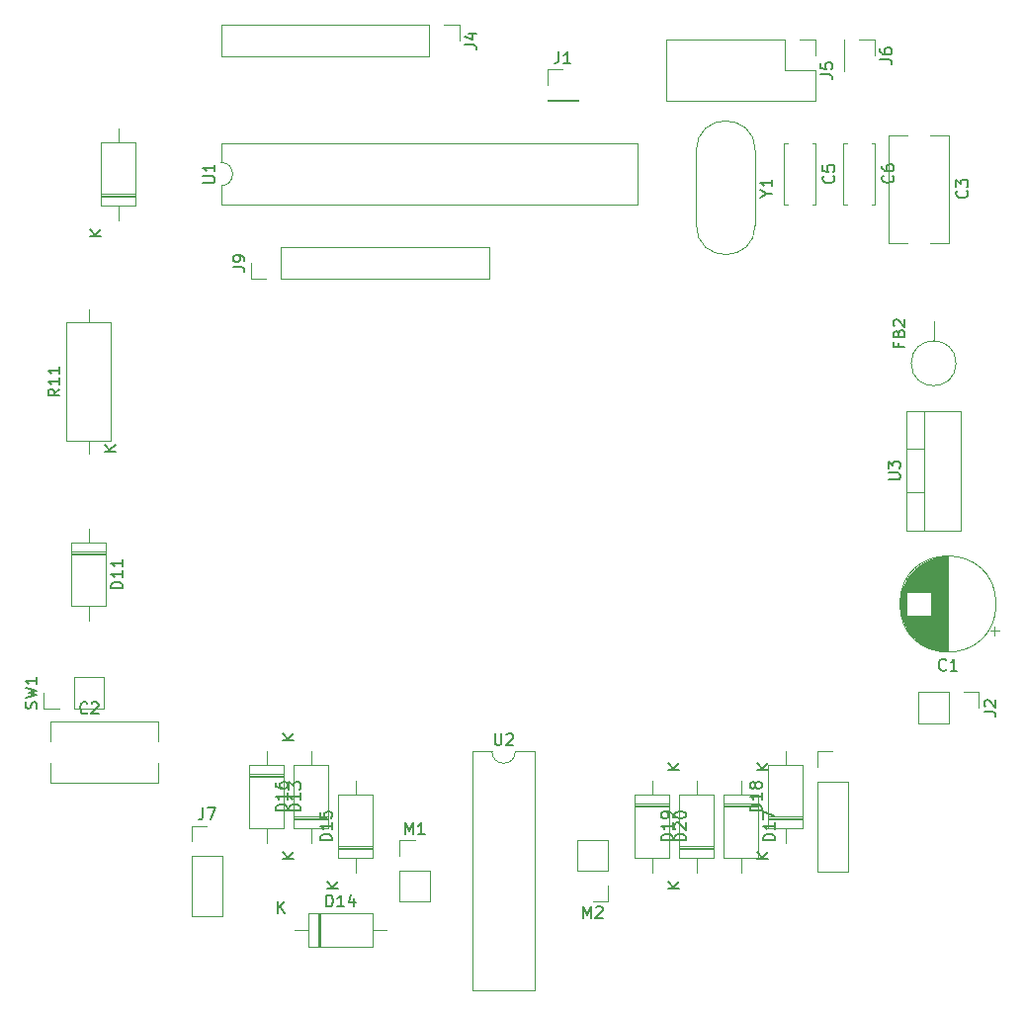
<source format=gbr>
%TF.GenerationSoftware,KiCad,Pcbnew,7.0.7*%
%TF.CreationDate,2023-12-08T08:50:08+07:00*%
%TF.ProjectId,schem,73636865-6d2e-46b6-9963-61645f706362,rev?*%
%TF.SameCoordinates,Original*%
%TF.FileFunction,Legend,Top*%
%TF.FilePolarity,Positive*%
%FSLAX46Y46*%
G04 Gerber Fmt 4.6, Leading zero omitted, Abs format (unit mm)*
G04 Created by KiCad (PCBNEW 7.0.7) date 2023-12-08 08:50:08*
%MOMM*%
%LPD*%
G01*
G04 APERTURE LIST*
%ADD10C,0.150000*%
%ADD11C,0.120000*%
G04 APERTURE END LIST*
D10*
X95654819Y-139644285D02*
X94654819Y-139644285D01*
X94654819Y-139644285D02*
X94654819Y-139406190D01*
X94654819Y-139406190D02*
X94702438Y-139263333D01*
X94702438Y-139263333D02*
X94797676Y-139168095D01*
X94797676Y-139168095D02*
X94892914Y-139120476D01*
X94892914Y-139120476D02*
X95083390Y-139072857D01*
X95083390Y-139072857D02*
X95226247Y-139072857D01*
X95226247Y-139072857D02*
X95416723Y-139120476D01*
X95416723Y-139120476D02*
X95511961Y-139168095D01*
X95511961Y-139168095D02*
X95607200Y-139263333D01*
X95607200Y-139263333D02*
X95654819Y-139406190D01*
X95654819Y-139406190D02*
X95654819Y-139644285D01*
X95654819Y-138120476D02*
X95654819Y-138691904D01*
X95654819Y-138406190D02*
X94654819Y-138406190D01*
X94654819Y-138406190D02*
X94797676Y-138501428D01*
X94797676Y-138501428D02*
X94892914Y-138596666D01*
X94892914Y-138596666D02*
X94940533Y-138691904D01*
X94654819Y-137787142D02*
X94654819Y-137168095D01*
X94654819Y-137168095D02*
X95035771Y-137501428D01*
X95035771Y-137501428D02*
X95035771Y-137358571D01*
X95035771Y-137358571D02*
X95083390Y-137263333D01*
X95083390Y-137263333D02*
X95131009Y-137215714D01*
X95131009Y-137215714D02*
X95226247Y-137168095D01*
X95226247Y-137168095D02*
X95464342Y-137168095D01*
X95464342Y-137168095D02*
X95559580Y-137215714D01*
X95559580Y-137215714D02*
X95607200Y-137263333D01*
X95607200Y-137263333D02*
X95654819Y-137358571D01*
X95654819Y-137358571D02*
X95654819Y-137644285D01*
X95654819Y-137644285D02*
X95607200Y-137739523D01*
X95607200Y-137739523D02*
X95559580Y-137787142D01*
X95084819Y-133611904D02*
X94084819Y-133611904D01*
X95084819Y-133040476D02*
X94513390Y-133469047D01*
X94084819Y-133040476D02*
X94656247Y-133611904D01*
X145299819Y-75268333D02*
X146014104Y-75268333D01*
X146014104Y-75268333D02*
X146156961Y-75315952D01*
X146156961Y-75315952D02*
X146252200Y-75411190D01*
X146252200Y-75411190D02*
X146299819Y-75554047D01*
X146299819Y-75554047D02*
X146299819Y-75649285D01*
X145299819Y-74363571D02*
X145299819Y-74554047D01*
X145299819Y-74554047D02*
X145347438Y-74649285D01*
X145347438Y-74649285D02*
X145395057Y-74696904D01*
X145395057Y-74696904D02*
X145537914Y-74792142D01*
X145537914Y-74792142D02*
X145728390Y-74839761D01*
X145728390Y-74839761D02*
X146109342Y-74839761D01*
X146109342Y-74839761D02*
X146204580Y-74792142D01*
X146204580Y-74792142D02*
X146252200Y-74744523D01*
X146252200Y-74744523D02*
X146299819Y-74649285D01*
X146299819Y-74649285D02*
X146299819Y-74458809D01*
X146299819Y-74458809D02*
X146252200Y-74363571D01*
X146252200Y-74363571D02*
X146204580Y-74315952D01*
X146204580Y-74315952D02*
X146109342Y-74268333D01*
X146109342Y-74268333D02*
X145871247Y-74268333D01*
X145871247Y-74268333D02*
X145776009Y-74315952D01*
X145776009Y-74315952D02*
X145728390Y-74363571D01*
X145728390Y-74363571D02*
X145680771Y-74458809D01*
X145680771Y-74458809D02*
X145680771Y-74649285D01*
X145680771Y-74649285D02*
X145728390Y-74744523D01*
X145728390Y-74744523D02*
X145776009Y-74792142D01*
X145776009Y-74792142D02*
X145871247Y-74839761D01*
X94524819Y-139644285D02*
X93524819Y-139644285D01*
X93524819Y-139644285D02*
X93524819Y-139406190D01*
X93524819Y-139406190D02*
X93572438Y-139263333D01*
X93572438Y-139263333D02*
X93667676Y-139168095D01*
X93667676Y-139168095D02*
X93762914Y-139120476D01*
X93762914Y-139120476D02*
X93953390Y-139072857D01*
X93953390Y-139072857D02*
X94096247Y-139072857D01*
X94096247Y-139072857D02*
X94286723Y-139120476D01*
X94286723Y-139120476D02*
X94381961Y-139168095D01*
X94381961Y-139168095D02*
X94477200Y-139263333D01*
X94477200Y-139263333D02*
X94524819Y-139406190D01*
X94524819Y-139406190D02*
X94524819Y-139644285D01*
X94524819Y-138120476D02*
X94524819Y-138691904D01*
X94524819Y-138406190D02*
X93524819Y-138406190D01*
X93524819Y-138406190D02*
X93667676Y-138501428D01*
X93667676Y-138501428D02*
X93762914Y-138596666D01*
X93762914Y-138596666D02*
X93810533Y-138691904D01*
X93524819Y-137263333D02*
X93524819Y-137453809D01*
X93524819Y-137453809D02*
X93572438Y-137549047D01*
X93572438Y-137549047D02*
X93620057Y-137596666D01*
X93620057Y-137596666D02*
X93762914Y-137691904D01*
X93762914Y-137691904D02*
X93953390Y-137739523D01*
X93953390Y-137739523D02*
X94334342Y-137739523D01*
X94334342Y-137739523D02*
X94429580Y-137691904D01*
X94429580Y-137691904D02*
X94477200Y-137644285D01*
X94477200Y-137644285D02*
X94524819Y-137549047D01*
X94524819Y-137549047D02*
X94524819Y-137358571D01*
X94524819Y-137358571D02*
X94477200Y-137263333D01*
X94477200Y-137263333D02*
X94429580Y-137215714D01*
X94429580Y-137215714D02*
X94334342Y-137168095D01*
X94334342Y-137168095D02*
X94096247Y-137168095D01*
X94096247Y-137168095D02*
X94001009Y-137215714D01*
X94001009Y-137215714D02*
X93953390Y-137263333D01*
X93953390Y-137263333D02*
X93905771Y-137358571D01*
X93905771Y-137358571D02*
X93905771Y-137549047D01*
X93905771Y-137549047D02*
X93953390Y-137644285D01*
X93953390Y-137644285D02*
X94001009Y-137691904D01*
X94001009Y-137691904D02*
X94096247Y-137739523D01*
X95094819Y-143771904D02*
X94094819Y-143771904D01*
X95094819Y-143200476D02*
X94523390Y-143629047D01*
X94094819Y-143200476D02*
X94666247Y-143771904D01*
X146009819Y-111251904D02*
X146819342Y-111251904D01*
X146819342Y-111251904D02*
X146914580Y-111204285D01*
X146914580Y-111204285D02*
X146962200Y-111156666D01*
X146962200Y-111156666D02*
X147009819Y-111061428D01*
X147009819Y-111061428D02*
X147009819Y-110870952D01*
X147009819Y-110870952D02*
X146962200Y-110775714D01*
X146962200Y-110775714D02*
X146914580Y-110728095D01*
X146914580Y-110728095D02*
X146819342Y-110680476D01*
X146819342Y-110680476D02*
X146009819Y-110680476D01*
X146009819Y-110299523D02*
X146009819Y-109680476D01*
X146009819Y-109680476D02*
X146390771Y-110013809D01*
X146390771Y-110013809D02*
X146390771Y-109870952D01*
X146390771Y-109870952D02*
X146438390Y-109775714D01*
X146438390Y-109775714D02*
X146486009Y-109728095D01*
X146486009Y-109728095D02*
X146581247Y-109680476D01*
X146581247Y-109680476D02*
X146819342Y-109680476D01*
X146819342Y-109680476D02*
X146914580Y-109728095D01*
X146914580Y-109728095D02*
X146962200Y-109775714D01*
X146962200Y-109775714D02*
X147009819Y-109870952D01*
X147009819Y-109870952D02*
X147009819Y-110156666D01*
X147009819Y-110156666D02*
X146962200Y-110251904D01*
X146962200Y-110251904D02*
X146914580Y-110299523D01*
X128674819Y-142184285D02*
X127674819Y-142184285D01*
X127674819Y-142184285D02*
X127674819Y-141946190D01*
X127674819Y-141946190D02*
X127722438Y-141803333D01*
X127722438Y-141803333D02*
X127817676Y-141708095D01*
X127817676Y-141708095D02*
X127912914Y-141660476D01*
X127912914Y-141660476D02*
X128103390Y-141612857D01*
X128103390Y-141612857D02*
X128246247Y-141612857D01*
X128246247Y-141612857D02*
X128436723Y-141660476D01*
X128436723Y-141660476D02*
X128531961Y-141708095D01*
X128531961Y-141708095D02*
X128627200Y-141803333D01*
X128627200Y-141803333D02*
X128674819Y-141946190D01*
X128674819Y-141946190D02*
X128674819Y-142184285D01*
X127770057Y-141231904D02*
X127722438Y-141184285D01*
X127722438Y-141184285D02*
X127674819Y-141089047D01*
X127674819Y-141089047D02*
X127674819Y-140850952D01*
X127674819Y-140850952D02*
X127722438Y-140755714D01*
X127722438Y-140755714D02*
X127770057Y-140708095D01*
X127770057Y-140708095D02*
X127865295Y-140660476D01*
X127865295Y-140660476D02*
X127960533Y-140660476D01*
X127960533Y-140660476D02*
X128103390Y-140708095D01*
X128103390Y-140708095D02*
X128674819Y-141279523D01*
X128674819Y-141279523D02*
X128674819Y-140660476D01*
X127674819Y-140041428D02*
X127674819Y-139946190D01*
X127674819Y-139946190D02*
X127722438Y-139850952D01*
X127722438Y-139850952D02*
X127770057Y-139803333D01*
X127770057Y-139803333D02*
X127865295Y-139755714D01*
X127865295Y-139755714D02*
X128055771Y-139708095D01*
X128055771Y-139708095D02*
X128293866Y-139708095D01*
X128293866Y-139708095D02*
X128484342Y-139755714D01*
X128484342Y-139755714D02*
X128579580Y-139803333D01*
X128579580Y-139803333D02*
X128627200Y-139850952D01*
X128627200Y-139850952D02*
X128674819Y-139946190D01*
X128674819Y-139946190D02*
X128674819Y-140041428D01*
X128674819Y-140041428D02*
X128627200Y-140136666D01*
X128627200Y-140136666D02*
X128579580Y-140184285D01*
X128579580Y-140184285D02*
X128484342Y-140231904D01*
X128484342Y-140231904D02*
X128293866Y-140279523D01*
X128293866Y-140279523D02*
X128055771Y-140279523D01*
X128055771Y-140279523D02*
X127865295Y-140231904D01*
X127865295Y-140231904D02*
X127770057Y-140184285D01*
X127770057Y-140184285D02*
X127722438Y-140136666D01*
X127722438Y-140136666D02*
X127674819Y-140041428D01*
X128104819Y-136151904D02*
X127104819Y-136151904D01*
X128104819Y-135580476D02*
X127533390Y-136009047D01*
X127104819Y-135580476D02*
X127676247Y-136151904D01*
X87296666Y-139379819D02*
X87296666Y-140094104D01*
X87296666Y-140094104D02*
X87249047Y-140236961D01*
X87249047Y-140236961D02*
X87153809Y-140332200D01*
X87153809Y-140332200D02*
X87010952Y-140379819D01*
X87010952Y-140379819D02*
X86915714Y-140379819D01*
X87677619Y-139379819D02*
X88344285Y-139379819D01*
X88344285Y-139379819D02*
X87915714Y-140379819D01*
X146891009Y-99593333D02*
X146891009Y-99926666D01*
X147414819Y-99926666D02*
X146414819Y-99926666D01*
X146414819Y-99926666D02*
X146414819Y-99450476D01*
X146891009Y-98736190D02*
X146938628Y-98593333D01*
X146938628Y-98593333D02*
X146986247Y-98545714D01*
X146986247Y-98545714D02*
X147081485Y-98498095D01*
X147081485Y-98498095D02*
X147224342Y-98498095D01*
X147224342Y-98498095D02*
X147319580Y-98545714D01*
X147319580Y-98545714D02*
X147367200Y-98593333D01*
X147367200Y-98593333D02*
X147414819Y-98688571D01*
X147414819Y-98688571D02*
X147414819Y-99069523D01*
X147414819Y-99069523D02*
X146414819Y-99069523D01*
X146414819Y-99069523D02*
X146414819Y-98736190D01*
X146414819Y-98736190D02*
X146462438Y-98640952D01*
X146462438Y-98640952D02*
X146510057Y-98593333D01*
X146510057Y-98593333D02*
X146605295Y-98545714D01*
X146605295Y-98545714D02*
X146700533Y-98545714D01*
X146700533Y-98545714D02*
X146795771Y-98593333D01*
X146795771Y-98593333D02*
X146843390Y-98640952D01*
X146843390Y-98640952D02*
X146891009Y-98736190D01*
X146891009Y-98736190D02*
X146891009Y-99069523D01*
X146510057Y-98117142D02*
X146462438Y-98069523D01*
X146462438Y-98069523D02*
X146414819Y-97974285D01*
X146414819Y-97974285D02*
X146414819Y-97736190D01*
X146414819Y-97736190D02*
X146462438Y-97640952D01*
X146462438Y-97640952D02*
X146510057Y-97593333D01*
X146510057Y-97593333D02*
X146605295Y-97545714D01*
X146605295Y-97545714D02*
X146700533Y-97545714D01*
X146700533Y-97545714D02*
X146843390Y-97593333D01*
X146843390Y-97593333D02*
X147414819Y-98164761D01*
X147414819Y-98164761D02*
X147414819Y-97545714D01*
X104620476Y-141634819D02*
X104620476Y-140634819D01*
X104620476Y-140634819D02*
X104953809Y-141349104D01*
X104953809Y-141349104D02*
X105287142Y-140634819D01*
X105287142Y-140634819D02*
X105287142Y-141634819D01*
X106287142Y-141634819D02*
X105715714Y-141634819D01*
X106001428Y-141634819D02*
X106001428Y-140634819D01*
X106001428Y-140634819D02*
X105906190Y-140777676D01*
X105906190Y-140777676D02*
X105810952Y-140872914D01*
X105810952Y-140872914D02*
X105715714Y-140920533D01*
X154204819Y-131143333D02*
X154919104Y-131143333D01*
X154919104Y-131143333D02*
X155061961Y-131190952D01*
X155061961Y-131190952D02*
X155157200Y-131286190D01*
X155157200Y-131286190D02*
X155204819Y-131429047D01*
X155204819Y-131429047D02*
X155204819Y-131524285D01*
X154300057Y-130714761D02*
X154252438Y-130667142D01*
X154252438Y-130667142D02*
X154204819Y-130571904D01*
X154204819Y-130571904D02*
X154204819Y-130333809D01*
X154204819Y-130333809D02*
X154252438Y-130238571D01*
X154252438Y-130238571D02*
X154300057Y-130190952D01*
X154300057Y-130190952D02*
X154395295Y-130143333D01*
X154395295Y-130143333D02*
X154490533Y-130143333D01*
X154490533Y-130143333D02*
X154633390Y-130190952D01*
X154633390Y-130190952D02*
X155204819Y-130762380D01*
X155204819Y-130762380D02*
X155204819Y-130143333D01*
X80414819Y-120594285D02*
X79414819Y-120594285D01*
X79414819Y-120594285D02*
X79414819Y-120356190D01*
X79414819Y-120356190D02*
X79462438Y-120213333D01*
X79462438Y-120213333D02*
X79557676Y-120118095D01*
X79557676Y-120118095D02*
X79652914Y-120070476D01*
X79652914Y-120070476D02*
X79843390Y-120022857D01*
X79843390Y-120022857D02*
X79986247Y-120022857D01*
X79986247Y-120022857D02*
X80176723Y-120070476D01*
X80176723Y-120070476D02*
X80271961Y-120118095D01*
X80271961Y-120118095D02*
X80367200Y-120213333D01*
X80367200Y-120213333D02*
X80414819Y-120356190D01*
X80414819Y-120356190D02*
X80414819Y-120594285D01*
X80414819Y-119070476D02*
X80414819Y-119641904D01*
X80414819Y-119356190D02*
X79414819Y-119356190D01*
X79414819Y-119356190D02*
X79557676Y-119451428D01*
X79557676Y-119451428D02*
X79652914Y-119546666D01*
X79652914Y-119546666D02*
X79700533Y-119641904D01*
X80414819Y-118118095D02*
X80414819Y-118689523D01*
X80414819Y-118403809D02*
X79414819Y-118403809D01*
X79414819Y-118403809D02*
X79557676Y-118499047D01*
X79557676Y-118499047D02*
X79652914Y-118594285D01*
X79652914Y-118594285D02*
X79700533Y-118689523D01*
X79844819Y-108846904D02*
X78844819Y-108846904D01*
X79844819Y-108275476D02*
X79273390Y-108704047D01*
X78844819Y-108275476D02*
X79416247Y-108846904D01*
X136294819Y-142184285D02*
X135294819Y-142184285D01*
X135294819Y-142184285D02*
X135294819Y-141946190D01*
X135294819Y-141946190D02*
X135342438Y-141803333D01*
X135342438Y-141803333D02*
X135437676Y-141708095D01*
X135437676Y-141708095D02*
X135532914Y-141660476D01*
X135532914Y-141660476D02*
X135723390Y-141612857D01*
X135723390Y-141612857D02*
X135866247Y-141612857D01*
X135866247Y-141612857D02*
X136056723Y-141660476D01*
X136056723Y-141660476D02*
X136151961Y-141708095D01*
X136151961Y-141708095D02*
X136247200Y-141803333D01*
X136247200Y-141803333D02*
X136294819Y-141946190D01*
X136294819Y-141946190D02*
X136294819Y-142184285D01*
X136294819Y-140660476D02*
X136294819Y-141231904D01*
X136294819Y-140946190D02*
X135294819Y-140946190D01*
X135294819Y-140946190D02*
X135437676Y-141041428D01*
X135437676Y-141041428D02*
X135532914Y-141136666D01*
X135532914Y-141136666D02*
X135580533Y-141231904D01*
X135294819Y-140327142D02*
X135294819Y-139660476D01*
X135294819Y-139660476D02*
X136294819Y-140089047D01*
X135724819Y-136151904D02*
X134724819Y-136151904D01*
X135724819Y-135580476D02*
X135153390Y-136009047D01*
X134724819Y-135580476D02*
X135296247Y-136151904D01*
X112288095Y-133014819D02*
X112288095Y-133824342D01*
X112288095Y-133824342D02*
X112335714Y-133919580D01*
X112335714Y-133919580D02*
X112383333Y-133967200D01*
X112383333Y-133967200D02*
X112478571Y-134014819D01*
X112478571Y-134014819D02*
X112669047Y-134014819D01*
X112669047Y-134014819D02*
X112764285Y-133967200D01*
X112764285Y-133967200D02*
X112811904Y-133919580D01*
X112811904Y-133919580D02*
X112859523Y-133824342D01*
X112859523Y-133824342D02*
X112859523Y-133014819D01*
X113288095Y-133110057D02*
X113335714Y-133062438D01*
X113335714Y-133062438D02*
X113430952Y-133014819D01*
X113430952Y-133014819D02*
X113669047Y-133014819D01*
X113669047Y-133014819D02*
X113764285Y-133062438D01*
X113764285Y-133062438D02*
X113811904Y-133110057D01*
X113811904Y-133110057D02*
X113859523Y-133205295D01*
X113859523Y-133205295D02*
X113859523Y-133300533D01*
X113859523Y-133300533D02*
X113811904Y-133443390D01*
X113811904Y-133443390D02*
X113240476Y-134014819D01*
X113240476Y-134014819D02*
X113859523Y-134014819D01*
X135164819Y-139644285D02*
X134164819Y-139644285D01*
X134164819Y-139644285D02*
X134164819Y-139406190D01*
X134164819Y-139406190D02*
X134212438Y-139263333D01*
X134212438Y-139263333D02*
X134307676Y-139168095D01*
X134307676Y-139168095D02*
X134402914Y-139120476D01*
X134402914Y-139120476D02*
X134593390Y-139072857D01*
X134593390Y-139072857D02*
X134736247Y-139072857D01*
X134736247Y-139072857D02*
X134926723Y-139120476D01*
X134926723Y-139120476D02*
X135021961Y-139168095D01*
X135021961Y-139168095D02*
X135117200Y-139263333D01*
X135117200Y-139263333D02*
X135164819Y-139406190D01*
X135164819Y-139406190D02*
X135164819Y-139644285D01*
X135164819Y-138120476D02*
X135164819Y-138691904D01*
X135164819Y-138406190D02*
X134164819Y-138406190D01*
X134164819Y-138406190D02*
X134307676Y-138501428D01*
X134307676Y-138501428D02*
X134402914Y-138596666D01*
X134402914Y-138596666D02*
X134450533Y-138691904D01*
X134593390Y-137549047D02*
X134545771Y-137644285D01*
X134545771Y-137644285D02*
X134498152Y-137691904D01*
X134498152Y-137691904D02*
X134402914Y-137739523D01*
X134402914Y-137739523D02*
X134355295Y-137739523D01*
X134355295Y-137739523D02*
X134260057Y-137691904D01*
X134260057Y-137691904D02*
X134212438Y-137644285D01*
X134212438Y-137644285D02*
X134164819Y-137549047D01*
X134164819Y-137549047D02*
X134164819Y-137358571D01*
X134164819Y-137358571D02*
X134212438Y-137263333D01*
X134212438Y-137263333D02*
X134260057Y-137215714D01*
X134260057Y-137215714D02*
X134355295Y-137168095D01*
X134355295Y-137168095D02*
X134402914Y-137168095D01*
X134402914Y-137168095D02*
X134498152Y-137215714D01*
X134498152Y-137215714D02*
X134545771Y-137263333D01*
X134545771Y-137263333D02*
X134593390Y-137358571D01*
X134593390Y-137358571D02*
X134593390Y-137549047D01*
X134593390Y-137549047D02*
X134641009Y-137644285D01*
X134641009Y-137644285D02*
X134688628Y-137691904D01*
X134688628Y-137691904D02*
X134783866Y-137739523D01*
X134783866Y-137739523D02*
X134974342Y-137739523D01*
X134974342Y-137739523D02*
X135069580Y-137691904D01*
X135069580Y-137691904D02*
X135117200Y-137644285D01*
X135117200Y-137644285D02*
X135164819Y-137549047D01*
X135164819Y-137549047D02*
X135164819Y-137358571D01*
X135164819Y-137358571D02*
X135117200Y-137263333D01*
X135117200Y-137263333D02*
X135069580Y-137215714D01*
X135069580Y-137215714D02*
X134974342Y-137168095D01*
X134974342Y-137168095D02*
X134783866Y-137168095D01*
X134783866Y-137168095D02*
X134688628Y-137215714D01*
X134688628Y-137215714D02*
X134641009Y-137263333D01*
X134641009Y-137263333D02*
X134593390Y-137358571D01*
X135734819Y-143771904D02*
X134734819Y-143771904D01*
X135734819Y-143200476D02*
X135163390Y-143629047D01*
X134734819Y-143200476D02*
X135306247Y-143771904D01*
X146369580Y-85216666D02*
X146417200Y-85264285D01*
X146417200Y-85264285D02*
X146464819Y-85407142D01*
X146464819Y-85407142D02*
X146464819Y-85502380D01*
X146464819Y-85502380D02*
X146417200Y-85645237D01*
X146417200Y-85645237D02*
X146321961Y-85740475D01*
X146321961Y-85740475D02*
X146226723Y-85788094D01*
X146226723Y-85788094D02*
X146036247Y-85835713D01*
X146036247Y-85835713D02*
X145893390Y-85835713D01*
X145893390Y-85835713D02*
X145702914Y-85788094D01*
X145702914Y-85788094D02*
X145607676Y-85740475D01*
X145607676Y-85740475D02*
X145512438Y-85645237D01*
X145512438Y-85645237D02*
X145464819Y-85502380D01*
X145464819Y-85502380D02*
X145464819Y-85407142D01*
X145464819Y-85407142D02*
X145512438Y-85264285D01*
X145512438Y-85264285D02*
X145560057Y-85216666D01*
X145464819Y-84359523D02*
X145464819Y-84549999D01*
X145464819Y-84549999D02*
X145512438Y-84645237D01*
X145512438Y-84645237D02*
X145560057Y-84692856D01*
X145560057Y-84692856D02*
X145702914Y-84788094D01*
X145702914Y-84788094D02*
X145893390Y-84835713D01*
X145893390Y-84835713D02*
X146274342Y-84835713D01*
X146274342Y-84835713D02*
X146369580Y-84788094D01*
X146369580Y-84788094D02*
X146417200Y-84740475D01*
X146417200Y-84740475D02*
X146464819Y-84645237D01*
X146464819Y-84645237D02*
X146464819Y-84454761D01*
X146464819Y-84454761D02*
X146417200Y-84359523D01*
X146417200Y-84359523D02*
X146369580Y-84311904D01*
X146369580Y-84311904D02*
X146274342Y-84264285D01*
X146274342Y-84264285D02*
X146036247Y-84264285D01*
X146036247Y-84264285D02*
X145941009Y-84311904D01*
X145941009Y-84311904D02*
X145893390Y-84359523D01*
X145893390Y-84359523D02*
X145845771Y-84454761D01*
X145845771Y-84454761D02*
X145845771Y-84645237D01*
X145845771Y-84645237D02*
X145893390Y-84740475D01*
X145893390Y-84740475D02*
X145941009Y-84788094D01*
X145941009Y-84788094D02*
X146036247Y-84835713D01*
X97865714Y-147844819D02*
X97865714Y-146844819D01*
X97865714Y-146844819D02*
X98103809Y-146844819D01*
X98103809Y-146844819D02*
X98246666Y-146892438D01*
X98246666Y-146892438D02*
X98341904Y-146987676D01*
X98341904Y-146987676D02*
X98389523Y-147082914D01*
X98389523Y-147082914D02*
X98437142Y-147273390D01*
X98437142Y-147273390D02*
X98437142Y-147416247D01*
X98437142Y-147416247D02*
X98389523Y-147606723D01*
X98389523Y-147606723D02*
X98341904Y-147701961D01*
X98341904Y-147701961D02*
X98246666Y-147797200D01*
X98246666Y-147797200D02*
X98103809Y-147844819D01*
X98103809Y-147844819D02*
X97865714Y-147844819D01*
X99389523Y-147844819D02*
X98818095Y-147844819D01*
X99103809Y-147844819D02*
X99103809Y-146844819D01*
X99103809Y-146844819D02*
X99008571Y-146987676D01*
X99008571Y-146987676D02*
X98913333Y-147082914D01*
X98913333Y-147082914D02*
X98818095Y-147130533D01*
X100246666Y-147178152D02*
X100246666Y-147844819D01*
X100008571Y-146797200D02*
X99770476Y-147511485D01*
X99770476Y-147511485D02*
X100389523Y-147511485D01*
X93738095Y-148414819D02*
X93738095Y-147414819D01*
X94309523Y-148414819D02*
X93880952Y-147843390D01*
X94309523Y-147414819D02*
X93738095Y-147986247D01*
X98334819Y-142184285D02*
X97334819Y-142184285D01*
X97334819Y-142184285D02*
X97334819Y-141946190D01*
X97334819Y-141946190D02*
X97382438Y-141803333D01*
X97382438Y-141803333D02*
X97477676Y-141708095D01*
X97477676Y-141708095D02*
X97572914Y-141660476D01*
X97572914Y-141660476D02*
X97763390Y-141612857D01*
X97763390Y-141612857D02*
X97906247Y-141612857D01*
X97906247Y-141612857D02*
X98096723Y-141660476D01*
X98096723Y-141660476D02*
X98191961Y-141708095D01*
X98191961Y-141708095D02*
X98287200Y-141803333D01*
X98287200Y-141803333D02*
X98334819Y-141946190D01*
X98334819Y-141946190D02*
X98334819Y-142184285D01*
X98334819Y-140660476D02*
X98334819Y-141231904D01*
X98334819Y-140946190D02*
X97334819Y-140946190D01*
X97334819Y-140946190D02*
X97477676Y-141041428D01*
X97477676Y-141041428D02*
X97572914Y-141136666D01*
X97572914Y-141136666D02*
X97620533Y-141231904D01*
X97334819Y-139755714D02*
X97334819Y-140231904D01*
X97334819Y-140231904D02*
X97811009Y-140279523D01*
X97811009Y-140279523D02*
X97763390Y-140231904D01*
X97763390Y-140231904D02*
X97715771Y-140136666D01*
X97715771Y-140136666D02*
X97715771Y-139898571D01*
X97715771Y-139898571D02*
X97763390Y-139803333D01*
X97763390Y-139803333D02*
X97811009Y-139755714D01*
X97811009Y-139755714D02*
X97906247Y-139708095D01*
X97906247Y-139708095D02*
X98144342Y-139708095D01*
X98144342Y-139708095D02*
X98239580Y-139755714D01*
X98239580Y-139755714D02*
X98287200Y-139803333D01*
X98287200Y-139803333D02*
X98334819Y-139898571D01*
X98334819Y-139898571D02*
X98334819Y-140136666D01*
X98334819Y-140136666D02*
X98287200Y-140231904D01*
X98287200Y-140231904D02*
X98239580Y-140279523D01*
X98904819Y-146311904D02*
X97904819Y-146311904D01*
X98904819Y-145740476D02*
X98333390Y-146169047D01*
X97904819Y-145740476D02*
X98476247Y-146311904D01*
X140214819Y-76533333D02*
X140929104Y-76533333D01*
X140929104Y-76533333D02*
X141071961Y-76580952D01*
X141071961Y-76580952D02*
X141167200Y-76676190D01*
X141167200Y-76676190D02*
X141214819Y-76819047D01*
X141214819Y-76819047D02*
X141214819Y-76914285D01*
X140214819Y-75580952D02*
X140214819Y-76057142D01*
X140214819Y-76057142D02*
X140691009Y-76104761D01*
X140691009Y-76104761D02*
X140643390Y-76057142D01*
X140643390Y-76057142D02*
X140595771Y-75961904D01*
X140595771Y-75961904D02*
X140595771Y-75723809D01*
X140595771Y-75723809D02*
X140643390Y-75628571D01*
X140643390Y-75628571D02*
X140691009Y-75580952D01*
X140691009Y-75580952D02*
X140786247Y-75533333D01*
X140786247Y-75533333D02*
X141024342Y-75533333D01*
X141024342Y-75533333D02*
X141119580Y-75580952D01*
X141119580Y-75580952D02*
X141167200Y-75628571D01*
X141167200Y-75628571D02*
X141214819Y-75723809D01*
X141214819Y-75723809D02*
X141214819Y-75961904D01*
X141214819Y-75961904D02*
X141167200Y-76057142D01*
X141167200Y-76057142D02*
X141119580Y-76104761D01*
X119860476Y-148834819D02*
X119860476Y-147834819D01*
X119860476Y-147834819D02*
X120193809Y-148549104D01*
X120193809Y-148549104D02*
X120527142Y-147834819D01*
X120527142Y-147834819D02*
X120527142Y-148834819D01*
X120955714Y-147930057D02*
X121003333Y-147882438D01*
X121003333Y-147882438D02*
X121098571Y-147834819D01*
X121098571Y-147834819D02*
X121336666Y-147834819D01*
X121336666Y-147834819D02*
X121431904Y-147882438D01*
X121431904Y-147882438D02*
X121479523Y-147930057D01*
X121479523Y-147930057D02*
X121527142Y-148025295D01*
X121527142Y-148025295D02*
X121527142Y-148120533D01*
X121527142Y-148120533D02*
X121479523Y-148263390D01*
X121479523Y-148263390D02*
X120908095Y-148834819D01*
X120908095Y-148834819D02*
X121527142Y-148834819D01*
X109734819Y-73993333D02*
X110449104Y-73993333D01*
X110449104Y-73993333D02*
X110591961Y-74040952D01*
X110591961Y-74040952D02*
X110687200Y-74136190D01*
X110687200Y-74136190D02*
X110734819Y-74279047D01*
X110734819Y-74279047D02*
X110734819Y-74374285D01*
X110068152Y-73088571D02*
X110734819Y-73088571D01*
X109687200Y-73326666D02*
X110401485Y-73564761D01*
X110401485Y-73564761D02*
X110401485Y-72945714D01*
X75024819Y-103512857D02*
X74548628Y-103846190D01*
X75024819Y-104084285D02*
X74024819Y-104084285D01*
X74024819Y-104084285D02*
X74024819Y-103703333D01*
X74024819Y-103703333D02*
X74072438Y-103608095D01*
X74072438Y-103608095D02*
X74120057Y-103560476D01*
X74120057Y-103560476D02*
X74215295Y-103512857D01*
X74215295Y-103512857D02*
X74358152Y-103512857D01*
X74358152Y-103512857D02*
X74453390Y-103560476D01*
X74453390Y-103560476D02*
X74501009Y-103608095D01*
X74501009Y-103608095D02*
X74548628Y-103703333D01*
X74548628Y-103703333D02*
X74548628Y-104084285D01*
X75024819Y-102560476D02*
X75024819Y-103131904D01*
X75024819Y-102846190D02*
X74024819Y-102846190D01*
X74024819Y-102846190D02*
X74167676Y-102941428D01*
X74167676Y-102941428D02*
X74262914Y-103036666D01*
X74262914Y-103036666D02*
X74310533Y-103131904D01*
X75024819Y-101608095D02*
X75024819Y-102179523D01*
X75024819Y-101893809D02*
X74024819Y-101893809D01*
X74024819Y-101893809D02*
X74167676Y-101989047D01*
X74167676Y-101989047D02*
X74262914Y-102084285D01*
X74262914Y-102084285D02*
X74310533Y-102179523D01*
X78584819Y-90431904D02*
X77584819Y-90431904D01*
X78584819Y-89860476D02*
X78013390Y-90289047D01*
X77584819Y-89860476D02*
X78156247Y-90431904D01*
X77383333Y-131229580D02*
X77335714Y-131277200D01*
X77335714Y-131277200D02*
X77192857Y-131324819D01*
X77192857Y-131324819D02*
X77097619Y-131324819D01*
X77097619Y-131324819D02*
X76954762Y-131277200D01*
X76954762Y-131277200D02*
X76859524Y-131181961D01*
X76859524Y-131181961D02*
X76811905Y-131086723D01*
X76811905Y-131086723D02*
X76764286Y-130896247D01*
X76764286Y-130896247D02*
X76764286Y-130753390D01*
X76764286Y-130753390D02*
X76811905Y-130562914D01*
X76811905Y-130562914D02*
X76859524Y-130467676D01*
X76859524Y-130467676D02*
X76954762Y-130372438D01*
X76954762Y-130372438D02*
X77097619Y-130324819D01*
X77097619Y-130324819D02*
X77192857Y-130324819D01*
X77192857Y-130324819D02*
X77335714Y-130372438D01*
X77335714Y-130372438D02*
X77383333Y-130420057D01*
X77764286Y-130420057D02*
X77811905Y-130372438D01*
X77811905Y-130372438D02*
X77907143Y-130324819D01*
X77907143Y-130324819D02*
X78145238Y-130324819D01*
X78145238Y-130324819D02*
X78240476Y-130372438D01*
X78240476Y-130372438D02*
X78288095Y-130420057D01*
X78288095Y-130420057D02*
X78335714Y-130515295D01*
X78335714Y-130515295D02*
X78335714Y-130610533D01*
X78335714Y-130610533D02*
X78288095Y-130753390D01*
X78288095Y-130753390D02*
X77716667Y-131324819D01*
X77716667Y-131324819D02*
X78335714Y-131324819D01*
X152719580Y-86526666D02*
X152767200Y-86574285D01*
X152767200Y-86574285D02*
X152814819Y-86717142D01*
X152814819Y-86717142D02*
X152814819Y-86812380D01*
X152814819Y-86812380D02*
X152767200Y-86955237D01*
X152767200Y-86955237D02*
X152671961Y-87050475D01*
X152671961Y-87050475D02*
X152576723Y-87098094D01*
X152576723Y-87098094D02*
X152386247Y-87145713D01*
X152386247Y-87145713D02*
X152243390Y-87145713D01*
X152243390Y-87145713D02*
X152052914Y-87098094D01*
X152052914Y-87098094D02*
X151957676Y-87050475D01*
X151957676Y-87050475D02*
X151862438Y-86955237D01*
X151862438Y-86955237D02*
X151814819Y-86812380D01*
X151814819Y-86812380D02*
X151814819Y-86717142D01*
X151814819Y-86717142D02*
X151862438Y-86574285D01*
X151862438Y-86574285D02*
X151910057Y-86526666D01*
X151814819Y-86193332D02*
X151814819Y-85574285D01*
X151814819Y-85574285D02*
X152195771Y-85907618D01*
X152195771Y-85907618D02*
X152195771Y-85764761D01*
X152195771Y-85764761D02*
X152243390Y-85669523D01*
X152243390Y-85669523D02*
X152291009Y-85621904D01*
X152291009Y-85621904D02*
X152386247Y-85574285D01*
X152386247Y-85574285D02*
X152624342Y-85574285D01*
X152624342Y-85574285D02*
X152719580Y-85621904D01*
X152719580Y-85621904D02*
X152767200Y-85669523D01*
X152767200Y-85669523D02*
X152814819Y-85764761D01*
X152814819Y-85764761D02*
X152814819Y-86050475D01*
X152814819Y-86050475D02*
X152767200Y-86145713D01*
X152767200Y-86145713D02*
X152719580Y-86193332D01*
X141289580Y-85256666D02*
X141337200Y-85304285D01*
X141337200Y-85304285D02*
X141384819Y-85447142D01*
X141384819Y-85447142D02*
X141384819Y-85542380D01*
X141384819Y-85542380D02*
X141337200Y-85685237D01*
X141337200Y-85685237D02*
X141241961Y-85780475D01*
X141241961Y-85780475D02*
X141146723Y-85828094D01*
X141146723Y-85828094D02*
X140956247Y-85875713D01*
X140956247Y-85875713D02*
X140813390Y-85875713D01*
X140813390Y-85875713D02*
X140622914Y-85828094D01*
X140622914Y-85828094D02*
X140527676Y-85780475D01*
X140527676Y-85780475D02*
X140432438Y-85685237D01*
X140432438Y-85685237D02*
X140384819Y-85542380D01*
X140384819Y-85542380D02*
X140384819Y-85447142D01*
X140384819Y-85447142D02*
X140432438Y-85304285D01*
X140432438Y-85304285D02*
X140480057Y-85256666D01*
X140384819Y-84351904D02*
X140384819Y-84828094D01*
X140384819Y-84828094D02*
X140861009Y-84875713D01*
X140861009Y-84875713D02*
X140813390Y-84828094D01*
X140813390Y-84828094D02*
X140765771Y-84732856D01*
X140765771Y-84732856D02*
X140765771Y-84494761D01*
X140765771Y-84494761D02*
X140813390Y-84399523D01*
X140813390Y-84399523D02*
X140861009Y-84351904D01*
X140861009Y-84351904D02*
X140956247Y-84304285D01*
X140956247Y-84304285D02*
X141194342Y-84304285D01*
X141194342Y-84304285D02*
X141289580Y-84351904D01*
X141289580Y-84351904D02*
X141337200Y-84399523D01*
X141337200Y-84399523D02*
X141384819Y-84494761D01*
X141384819Y-84494761D02*
X141384819Y-84732856D01*
X141384819Y-84732856D02*
X141337200Y-84828094D01*
X141337200Y-84828094D02*
X141289580Y-84875713D01*
X135583628Y-86736190D02*
X136059819Y-86736190D01*
X135059819Y-87069523D02*
X135583628Y-86736190D01*
X135583628Y-86736190D02*
X135059819Y-86402857D01*
X136059819Y-85545714D02*
X136059819Y-86117142D01*
X136059819Y-85831428D02*
X135059819Y-85831428D01*
X135059819Y-85831428D02*
X135202676Y-85926666D01*
X135202676Y-85926666D02*
X135297914Y-86021904D01*
X135297914Y-86021904D02*
X135345533Y-86117142D01*
X117776666Y-74594819D02*
X117776666Y-75309104D01*
X117776666Y-75309104D02*
X117729047Y-75451961D01*
X117729047Y-75451961D02*
X117633809Y-75547200D01*
X117633809Y-75547200D02*
X117490952Y-75594819D01*
X117490952Y-75594819D02*
X117395714Y-75594819D01*
X118776666Y-75594819D02*
X118205238Y-75594819D01*
X118490952Y-75594819D02*
X118490952Y-74594819D01*
X118490952Y-74594819D02*
X118395714Y-74737676D01*
X118395714Y-74737676D02*
X118300476Y-74832914D01*
X118300476Y-74832914D02*
X118205238Y-74880533D01*
X87294819Y-85851904D02*
X88104342Y-85851904D01*
X88104342Y-85851904D02*
X88199580Y-85804285D01*
X88199580Y-85804285D02*
X88247200Y-85756666D01*
X88247200Y-85756666D02*
X88294819Y-85661428D01*
X88294819Y-85661428D02*
X88294819Y-85470952D01*
X88294819Y-85470952D02*
X88247200Y-85375714D01*
X88247200Y-85375714D02*
X88199580Y-85328095D01*
X88199580Y-85328095D02*
X88104342Y-85280476D01*
X88104342Y-85280476D02*
X87294819Y-85280476D01*
X88294819Y-84280476D02*
X88294819Y-84851904D01*
X88294819Y-84566190D02*
X87294819Y-84566190D01*
X87294819Y-84566190D02*
X87437676Y-84661428D01*
X87437676Y-84661428D02*
X87532914Y-84756666D01*
X87532914Y-84756666D02*
X87580533Y-84851904D01*
X127544819Y-142184285D02*
X126544819Y-142184285D01*
X126544819Y-142184285D02*
X126544819Y-141946190D01*
X126544819Y-141946190D02*
X126592438Y-141803333D01*
X126592438Y-141803333D02*
X126687676Y-141708095D01*
X126687676Y-141708095D02*
X126782914Y-141660476D01*
X126782914Y-141660476D02*
X126973390Y-141612857D01*
X126973390Y-141612857D02*
X127116247Y-141612857D01*
X127116247Y-141612857D02*
X127306723Y-141660476D01*
X127306723Y-141660476D02*
X127401961Y-141708095D01*
X127401961Y-141708095D02*
X127497200Y-141803333D01*
X127497200Y-141803333D02*
X127544819Y-141946190D01*
X127544819Y-141946190D02*
X127544819Y-142184285D01*
X127544819Y-140660476D02*
X127544819Y-141231904D01*
X127544819Y-140946190D02*
X126544819Y-140946190D01*
X126544819Y-140946190D02*
X126687676Y-141041428D01*
X126687676Y-141041428D02*
X126782914Y-141136666D01*
X126782914Y-141136666D02*
X126830533Y-141231904D01*
X127544819Y-140184285D02*
X127544819Y-139993809D01*
X127544819Y-139993809D02*
X127497200Y-139898571D01*
X127497200Y-139898571D02*
X127449580Y-139850952D01*
X127449580Y-139850952D02*
X127306723Y-139755714D01*
X127306723Y-139755714D02*
X127116247Y-139708095D01*
X127116247Y-139708095D02*
X126735295Y-139708095D01*
X126735295Y-139708095D02*
X126640057Y-139755714D01*
X126640057Y-139755714D02*
X126592438Y-139803333D01*
X126592438Y-139803333D02*
X126544819Y-139898571D01*
X126544819Y-139898571D02*
X126544819Y-140089047D01*
X126544819Y-140089047D02*
X126592438Y-140184285D01*
X126592438Y-140184285D02*
X126640057Y-140231904D01*
X126640057Y-140231904D02*
X126735295Y-140279523D01*
X126735295Y-140279523D02*
X126973390Y-140279523D01*
X126973390Y-140279523D02*
X127068628Y-140231904D01*
X127068628Y-140231904D02*
X127116247Y-140184285D01*
X127116247Y-140184285D02*
X127163866Y-140089047D01*
X127163866Y-140089047D02*
X127163866Y-139898571D01*
X127163866Y-139898571D02*
X127116247Y-139803333D01*
X127116247Y-139803333D02*
X127068628Y-139755714D01*
X127068628Y-139755714D02*
X126973390Y-139708095D01*
X128114819Y-146311904D02*
X127114819Y-146311904D01*
X128114819Y-145740476D02*
X127543390Y-146169047D01*
X127114819Y-145740476D02*
X127686247Y-146311904D01*
X73027200Y-130873332D02*
X73074819Y-130730475D01*
X73074819Y-130730475D02*
X73074819Y-130492380D01*
X73074819Y-130492380D02*
X73027200Y-130397142D01*
X73027200Y-130397142D02*
X72979580Y-130349523D01*
X72979580Y-130349523D02*
X72884342Y-130301904D01*
X72884342Y-130301904D02*
X72789104Y-130301904D01*
X72789104Y-130301904D02*
X72693866Y-130349523D01*
X72693866Y-130349523D02*
X72646247Y-130397142D01*
X72646247Y-130397142D02*
X72598628Y-130492380D01*
X72598628Y-130492380D02*
X72551009Y-130682856D01*
X72551009Y-130682856D02*
X72503390Y-130778094D01*
X72503390Y-130778094D02*
X72455771Y-130825713D01*
X72455771Y-130825713D02*
X72360533Y-130873332D01*
X72360533Y-130873332D02*
X72265295Y-130873332D01*
X72265295Y-130873332D02*
X72170057Y-130825713D01*
X72170057Y-130825713D02*
X72122438Y-130778094D01*
X72122438Y-130778094D02*
X72074819Y-130682856D01*
X72074819Y-130682856D02*
X72074819Y-130444761D01*
X72074819Y-130444761D02*
X72122438Y-130301904D01*
X72074819Y-129968570D02*
X73074819Y-129730475D01*
X73074819Y-129730475D02*
X72360533Y-129539999D01*
X72360533Y-129539999D02*
X73074819Y-129349523D01*
X73074819Y-129349523D02*
X72074819Y-129111428D01*
X73074819Y-128206666D02*
X73074819Y-128778094D01*
X73074819Y-128492380D02*
X72074819Y-128492380D01*
X72074819Y-128492380D02*
X72217676Y-128587618D01*
X72217676Y-128587618D02*
X72312914Y-128682856D01*
X72312914Y-128682856D02*
X72360533Y-128778094D01*
X150943333Y-127529580D02*
X150895714Y-127577200D01*
X150895714Y-127577200D02*
X150752857Y-127624819D01*
X150752857Y-127624819D02*
X150657619Y-127624819D01*
X150657619Y-127624819D02*
X150514762Y-127577200D01*
X150514762Y-127577200D02*
X150419524Y-127481961D01*
X150419524Y-127481961D02*
X150371905Y-127386723D01*
X150371905Y-127386723D02*
X150324286Y-127196247D01*
X150324286Y-127196247D02*
X150324286Y-127053390D01*
X150324286Y-127053390D02*
X150371905Y-126862914D01*
X150371905Y-126862914D02*
X150419524Y-126767676D01*
X150419524Y-126767676D02*
X150514762Y-126672438D01*
X150514762Y-126672438D02*
X150657619Y-126624819D01*
X150657619Y-126624819D02*
X150752857Y-126624819D01*
X150752857Y-126624819D02*
X150895714Y-126672438D01*
X150895714Y-126672438D02*
X150943333Y-126720057D01*
X151895714Y-127624819D02*
X151324286Y-127624819D01*
X151610000Y-127624819D02*
X151610000Y-126624819D01*
X151610000Y-126624819D02*
X151514762Y-126767676D01*
X151514762Y-126767676D02*
X151419524Y-126862914D01*
X151419524Y-126862914D02*
X151324286Y-126910533D01*
X89849819Y-93043333D02*
X90564104Y-93043333D01*
X90564104Y-93043333D02*
X90706961Y-93090952D01*
X90706961Y-93090952D02*
X90802200Y-93186190D01*
X90802200Y-93186190D02*
X90849819Y-93329047D01*
X90849819Y-93329047D02*
X90849819Y-93424285D01*
X90849819Y-92519523D02*
X90849819Y-92329047D01*
X90849819Y-92329047D02*
X90802200Y-92233809D01*
X90802200Y-92233809D02*
X90754580Y-92186190D01*
X90754580Y-92186190D02*
X90611723Y-92090952D01*
X90611723Y-92090952D02*
X90421247Y-92043333D01*
X90421247Y-92043333D02*
X90040295Y-92043333D01*
X90040295Y-92043333D02*
X89945057Y-92090952D01*
X89945057Y-92090952D02*
X89897438Y-92138571D01*
X89897438Y-92138571D02*
X89849819Y-92233809D01*
X89849819Y-92233809D02*
X89849819Y-92424285D01*
X89849819Y-92424285D02*
X89897438Y-92519523D01*
X89897438Y-92519523D02*
X89945057Y-92567142D01*
X89945057Y-92567142D02*
X90040295Y-92614761D01*
X90040295Y-92614761D02*
X90278390Y-92614761D01*
X90278390Y-92614761D02*
X90373628Y-92567142D01*
X90373628Y-92567142D02*
X90421247Y-92519523D01*
X90421247Y-92519523D02*
X90468866Y-92424285D01*
X90468866Y-92424285D02*
X90468866Y-92233809D01*
X90468866Y-92233809D02*
X90421247Y-92138571D01*
X90421247Y-92138571D02*
X90373628Y-92090952D01*
X90373628Y-92090952D02*
X90278390Y-92043333D01*
D11*
%TO.C,D13*%
X92730000Y-134490000D02*
X92730000Y-135710000D01*
X94200000Y-135710000D02*
X91260000Y-135710000D01*
X91260000Y-135710000D02*
X91260000Y-141150000D01*
X94200000Y-136490000D02*
X91260000Y-136490000D01*
X94200000Y-136610000D02*
X91260000Y-136610000D01*
X94200000Y-136730000D02*
X91260000Y-136730000D01*
X94200000Y-141150000D02*
X94200000Y-135710000D01*
X91260000Y-141150000D02*
X94200000Y-141150000D01*
X92730000Y-142370000D02*
X92730000Y-141150000D01*
%TO.C,J6*%
X144845000Y-73605000D02*
X144845000Y-74935000D01*
X143515000Y-73605000D02*
X144845000Y-73605000D01*
X142245000Y-73605000D02*
X142185000Y-73605000D01*
X142245000Y-73605000D02*
X142245000Y-76265000D01*
X142185000Y-73605000D02*
X142185000Y-76265000D01*
X142245000Y-76265000D02*
X142185000Y-76265000D01*
%TO.C,D16*%
X96540000Y-142370000D02*
X96540000Y-141150000D01*
X95070000Y-141150000D02*
X98010000Y-141150000D01*
X98010000Y-141150000D02*
X98010000Y-135710000D01*
X95070000Y-140370000D02*
X98010000Y-140370000D01*
X95070000Y-140250000D02*
X98010000Y-140250000D01*
X95070000Y-140130000D02*
X98010000Y-140130000D01*
X95070000Y-135710000D02*
X95070000Y-141150000D01*
X98010000Y-135710000D02*
X95070000Y-135710000D01*
X96540000Y-134490000D02*
X96540000Y-135710000D01*
%TO.C,U3*%
X147555000Y-115610000D02*
X152196000Y-115610000D01*
X147555000Y-115610000D02*
X147555000Y-105370000D01*
X149065000Y-115610000D02*
X149065000Y-105370000D01*
X152196000Y-115610000D02*
X152196000Y-105370000D01*
X147555000Y-112340000D02*
X149065000Y-112340000D01*
X147555000Y-108639000D02*
X149065000Y-108639000D01*
X147555000Y-105370000D02*
X152196000Y-105370000D01*
%TO.C,D20*%
X125750000Y-137030000D02*
X125750000Y-138250000D01*
X127220000Y-138250000D02*
X124280000Y-138250000D01*
X124280000Y-138250000D02*
X124280000Y-143690000D01*
X127220000Y-139030000D02*
X124280000Y-139030000D01*
X127220000Y-139150000D02*
X124280000Y-139150000D01*
X127220000Y-139270000D02*
X124280000Y-139270000D01*
X127220000Y-143690000D02*
X127220000Y-138250000D01*
X124280000Y-143690000D02*
X127220000Y-143690000D01*
X125750000Y-144910000D02*
X125750000Y-143690000D01*
%TO.C,J7*%
X86300000Y-140925000D02*
X87630000Y-140925000D01*
X86300000Y-142255000D02*
X86300000Y-140925000D01*
X86300000Y-143525000D02*
X86300000Y-148665000D01*
X86300000Y-143525000D02*
X88960000Y-143525000D01*
X86300000Y-148665000D02*
X88960000Y-148665000D01*
X88960000Y-143525000D02*
X88960000Y-148665000D01*
%TO.C,FB2*%
X149880000Y-99380000D02*
X149880000Y-97720000D01*
X151800000Y-101300000D02*
G75*
G03*
X151800000Y-101300000I-1920000J0D01*
G01*
%TO.C,M1*%
X104100000Y-142180000D02*
X105430000Y-142180000D01*
X104100000Y-143510000D02*
X104100000Y-142180000D01*
X104100000Y-144780000D02*
X104100000Y-147380000D01*
X104100000Y-144780000D02*
X106760000Y-144780000D01*
X104100000Y-147380000D02*
X106760000Y-147380000D01*
X106760000Y-144780000D02*
X106760000Y-147380000D01*
%TO.C,J2*%
X153750000Y-129480000D02*
X153750000Y-130810000D01*
X152420000Y-129480000D02*
X153750000Y-129480000D01*
X151150000Y-129480000D02*
X148550000Y-129480000D01*
X151150000Y-129480000D02*
X151150000Y-132140000D01*
X148550000Y-129480000D02*
X148550000Y-132140000D01*
X151150000Y-132140000D02*
X148550000Y-132140000D01*
%TO.C,D11*%
X77490000Y-115440000D02*
X77490000Y-116660000D01*
X78960000Y-116660000D02*
X76020000Y-116660000D01*
X76020000Y-116660000D02*
X76020000Y-122100000D01*
X78960000Y-117440000D02*
X76020000Y-117440000D01*
X78960000Y-117560000D02*
X76020000Y-117560000D01*
X78960000Y-117680000D02*
X76020000Y-117680000D01*
X78960000Y-122100000D02*
X78960000Y-116660000D01*
X76020000Y-122100000D02*
X78960000Y-122100000D01*
X77490000Y-123320000D02*
X77490000Y-122100000D01*
%TO.C,D17*%
X133370000Y-137030000D02*
X133370000Y-138250000D01*
X134840000Y-138250000D02*
X131900000Y-138250000D01*
X131900000Y-138250000D02*
X131900000Y-143690000D01*
X134840000Y-139030000D02*
X131900000Y-139030000D01*
X134840000Y-139150000D02*
X131900000Y-139150000D01*
X134840000Y-139270000D02*
X131900000Y-139270000D01*
X134840000Y-143690000D02*
X134840000Y-138250000D01*
X131900000Y-143690000D02*
X134840000Y-143690000D01*
X133370000Y-144910000D02*
X133370000Y-143690000D01*
%TO.C,U2*%
X110400000Y-134560000D02*
X110400000Y-155000000D01*
X110400000Y-155000000D02*
X115700000Y-155000000D01*
X112050000Y-134560000D02*
X110400000Y-134560000D01*
X115700000Y-134560000D02*
X114050000Y-134560000D01*
X115700000Y-155000000D02*
X115700000Y-134560000D01*
X112050000Y-134560000D02*
G75*
G03*
X114050000Y-134560000I1000000J0D01*
G01*
%TO.C,D18*%
X137180000Y-142370000D02*
X137180000Y-141150000D01*
X135710000Y-141150000D02*
X138650000Y-141150000D01*
X138650000Y-141150000D02*
X138650000Y-135710000D01*
X135710000Y-140370000D02*
X138650000Y-140370000D01*
X135710000Y-140250000D02*
X138650000Y-140250000D01*
X135710000Y-140130000D02*
X138650000Y-140130000D01*
X135710000Y-135710000D02*
X135710000Y-141150000D01*
X138650000Y-135710000D02*
X135710000Y-135710000D01*
X137180000Y-134490000D02*
X137180000Y-135710000D01*
%TO.C,C6*%
X144880000Y-82430000D02*
X144565000Y-82430000D01*
X144880000Y-82430000D02*
X144880000Y-87670000D01*
X142455000Y-82430000D02*
X142140000Y-82430000D01*
X142140000Y-82430000D02*
X142140000Y-87670000D01*
X144880000Y-87670000D02*
X144565000Y-87670000D01*
X142455000Y-87670000D02*
X142140000Y-87670000D01*
%TO.C,D14*%
X95140000Y-149860000D02*
X96360000Y-149860000D01*
X96360000Y-148390000D02*
X96360000Y-151330000D01*
X96360000Y-151330000D02*
X101800000Y-151330000D01*
X97140000Y-148390000D02*
X97140000Y-151330000D01*
X97260000Y-148390000D02*
X97260000Y-151330000D01*
X97380000Y-148390000D02*
X97380000Y-151330000D01*
X101800000Y-148390000D02*
X96360000Y-148390000D01*
X101800000Y-151330000D02*
X101800000Y-148390000D01*
X103020000Y-149860000D02*
X101800000Y-149860000D01*
%TO.C,D15*%
X100350000Y-144910000D02*
X100350000Y-143690000D01*
X98880000Y-143690000D02*
X101820000Y-143690000D01*
X101820000Y-143690000D02*
X101820000Y-138250000D01*
X98880000Y-142910000D02*
X101820000Y-142910000D01*
X98880000Y-142790000D02*
X101820000Y-142790000D01*
X98880000Y-142670000D02*
X101820000Y-142670000D01*
X98880000Y-138250000D02*
X98880000Y-143690000D01*
X101820000Y-138250000D02*
X98880000Y-138250000D01*
X100350000Y-137030000D02*
X100350000Y-138250000D01*
%TO.C,J5*%
X139760000Y-73600000D02*
X139760000Y-74930000D01*
X138430000Y-73600000D02*
X139760000Y-73600000D01*
X137160000Y-73600000D02*
X126940000Y-73600000D01*
X137160000Y-73600000D02*
X137160000Y-76200000D01*
X126940000Y-73600000D02*
X126940000Y-78800000D01*
X139760000Y-76200000D02*
X139760000Y-78800000D01*
X137160000Y-76200000D02*
X139760000Y-76200000D01*
X139760000Y-78800000D02*
X126940000Y-78800000D01*
%TO.C,M2*%
X122000000Y-147380000D02*
X120670000Y-147380000D01*
X122000000Y-146050000D02*
X122000000Y-147380000D01*
X122000000Y-144780000D02*
X122000000Y-142180000D01*
X122000000Y-144780000D02*
X119340000Y-144780000D01*
X122000000Y-142180000D02*
X119340000Y-142180000D01*
X119340000Y-144780000D02*
X119340000Y-142180000D01*
%TO.C,J4*%
X109280000Y-72330000D02*
X109280000Y-73660000D01*
X107950000Y-72330000D02*
X109280000Y-72330000D01*
X106680000Y-72330000D02*
X88840000Y-72330000D01*
X106680000Y-72330000D02*
X106680000Y-74990000D01*
X88840000Y-72330000D02*
X88840000Y-74990000D01*
X106680000Y-74990000D02*
X88840000Y-74990000D01*
%TO.C,R11*%
X77490000Y-109050000D02*
X77490000Y-107940000D01*
X75570000Y-107940000D02*
X79410000Y-107940000D01*
X79410000Y-107940000D02*
X79410000Y-97800000D01*
X75570000Y-97800000D02*
X75570000Y-107940000D01*
X79410000Y-97800000D02*
X75570000Y-97800000D01*
X77490000Y-96690000D02*
X77490000Y-97800000D01*
%TO.C,D8*%
X80030000Y-89030000D02*
X80030000Y-87810000D01*
X78560000Y-87810000D02*
X81500000Y-87810000D01*
X81500000Y-87810000D02*
X81500000Y-82370000D01*
X78560000Y-87030000D02*
X81500000Y-87030000D01*
X78560000Y-86910000D02*
X81500000Y-86910000D01*
X78560000Y-86790000D02*
X81500000Y-86790000D01*
X78560000Y-82370000D02*
X78560000Y-87810000D01*
X81500000Y-82370000D02*
X78560000Y-82370000D01*
X80030000Y-81150000D02*
X80030000Y-82370000D01*
%TO.C,C2*%
X74200000Y-132000000D02*
X74200000Y-133674000D01*
X74200000Y-132000000D02*
X83440000Y-132000000D01*
X74200000Y-135566000D02*
X74200000Y-137240000D01*
X74200000Y-137240000D02*
X83440000Y-137240000D01*
X83440000Y-132000000D02*
X83440000Y-133674000D01*
X83440000Y-135566000D02*
X83440000Y-137240000D01*
%TO.C,J8*%
X139894000Y-134560000D02*
X141224000Y-134560000D01*
X139894000Y-135890000D02*
X139894000Y-134560000D01*
X139894000Y-137160000D02*
X139894000Y-144840000D01*
X139894000Y-137160000D02*
X142554000Y-137160000D01*
X139894000Y-144840000D02*
X142554000Y-144840000D01*
X142554000Y-137160000D02*
X142554000Y-144840000D01*
%TO.C,C3*%
X151230000Y-81740000D02*
X149556000Y-81740000D01*
X151230000Y-81740000D02*
X151230000Y-90980000D01*
X147664000Y-81740000D02*
X145990000Y-81740000D01*
X145990000Y-81740000D02*
X145990000Y-90980000D01*
X151230000Y-90980000D02*
X149556000Y-90980000D01*
X147664000Y-90980000D02*
X145990000Y-90980000D01*
%TO.C,C5*%
X139800000Y-82470000D02*
X139485000Y-82470000D01*
X139800000Y-82470000D02*
X139800000Y-87710000D01*
X137375000Y-82470000D02*
X137060000Y-82470000D01*
X137060000Y-82470000D02*
X137060000Y-87710000D01*
X139800000Y-87710000D02*
X139485000Y-87710000D01*
X137375000Y-87710000D02*
X137060000Y-87710000D01*
%TO.C,Y1*%
X134605000Y-83060000D02*
X134605000Y-89460000D01*
X129555000Y-83060000D02*
X129555000Y-89460000D01*
X134605000Y-83060000D02*
G75*
G03*
X129555000Y-83060000I-2525000J0D01*
G01*
X129555000Y-89460000D02*
G75*
G03*
X134605000Y-89460000I2525000J0D01*
G01*
%TO.C,J1*%
X116780000Y-76140000D02*
X118110000Y-76140000D01*
X116780000Y-77470000D02*
X116780000Y-76140000D01*
X116780000Y-78740000D02*
X116780000Y-78800000D01*
X116780000Y-78740000D02*
X119440000Y-78740000D01*
X116780000Y-78800000D02*
X119440000Y-78800000D01*
X119440000Y-78740000D02*
X119440000Y-78800000D01*
%TO.C,U1*%
X88840000Y-87740000D02*
X124520000Y-87740000D01*
X124520000Y-87740000D02*
X124520000Y-82440000D01*
X88840000Y-86090000D02*
X88840000Y-87740000D01*
X88840000Y-82440000D02*
X88840000Y-84090000D01*
X124520000Y-82440000D02*
X88840000Y-82440000D01*
X88840000Y-86090000D02*
G75*
G03*
X88840000Y-84090000I0J1000000D01*
G01*
%TO.C,D19*%
X129560000Y-144910000D02*
X129560000Y-143690000D01*
X128090000Y-143690000D02*
X131030000Y-143690000D01*
X131030000Y-143690000D02*
X131030000Y-138250000D01*
X128090000Y-142910000D02*
X131030000Y-142910000D01*
X128090000Y-142790000D02*
X131030000Y-142790000D01*
X128090000Y-142670000D02*
X131030000Y-142670000D01*
X128090000Y-138250000D02*
X128090000Y-143690000D01*
X131030000Y-138250000D02*
X128090000Y-138250000D01*
X129560000Y-137030000D02*
X129560000Y-138250000D01*
%TO.C,SW1*%
X73620000Y-130870000D02*
X73620000Y-129540000D01*
X74950000Y-130870000D02*
X73620000Y-130870000D01*
X76220000Y-130870000D02*
X78820000Y-130870000D01*
X76220000Y-130870000D02*
X76220000Y-128210000D01*
X78820000Y-130870000D02*
X78820000Y-128210000D01*
X76220000Y-128210000D02*
X78820000Y-128210000D01*
%TO.C,C1*%
X155519698Y-124235000D02*
X154719698Y-124235000D01*
X155119698Y-124635000D02*
X155119698Y-123835000D01*
X151110000Y-126000000D02*
X151110000Y-117840000D01*
X151070000Y-126000000D02*
X151070000Y-117840000D01*
X151030000Y-126000000D02*
X151030000Y-117840000D01*
X150990000Y-125999000D02*
X150990000Y-117841000D01*
X150950000Y-125997000D02*
X150950000Y-117843000D01*
X150910000Y-125996000D02*
X150910000Y-117844000D01*
X150870000Y-125994000D02*
X150870000Y-117846000D01*
X150830000Y-125991000D02*
X150830000Y-117849000D01*
X150790000Y-125988000D02*
X150790000Y-117852000D01*
X150750000Y-125985000D02*
X150750000Y-117855000D01*
X150710000Y-125981000D02*
X150710000Y-117859000D01*
X150670000Y-125977000D02*
X150670000Y-117863000D01*
X150630000Y-125972000D02*
X150630000Y-117868000D01*
X150590000Y-125968000D02*
X150590000Y-117872000D01*
X150550000Y-125962000D02*
X150550000Y-117878000D01*
X150510000Y-125957000D02*
X150510000Y-117883000D01*
X150470000Y-125950000D02*
X150470000Y-117890000D01*
X150430000Y-125944000D02*
X150430000Y-117896000D01*
X150389000Y-125937000D02*
X150389000Y-117903000D01*
X150349000Y-125930000D02*
X150349000Y-117910000D01*
X150309000Y-125922000D02*
X150309000Y-117918000D01*
X150269000Y-125914000D02*
X150269000Y-117926000D01*
X150229000Y-125905000D02*
X150229000Y-117935000D01*
X150189000Y-125896000D02*
X150189000Y-117944000D01*
X150149000Y-125887000D02*
X150149000Y-117953000D01*
X150109000Y-125877000D02*
X150109000Y-117963000D01*
X150069000Y-125867000D02*
X150069000Y-117973000D01*
X150029000Y-125856000D02*
X150029000Y-117984000D01*
X149989000Y-125845000D02*
X149989000Y-117995000D01*
X149949000Y-125834000D02*
X149949000Y-118006000D01*
X149909000Y-125822000D02*
X149909000Y-118018000D01*
X149869000Y-125809000D02*
X149869000Y-118031000D01*
X149829000Y-125797000D02*
X149829000Y-118043000D01*
X149789000Y-125783000D02*
X149789000Y-118057000D01*
X149749000Y-125770000D02*
X149749000Y-118070000D01*
X149709000Y-125755000D02*
X149709000Y-118085000D01*
X149669000Y-125741000D02*
X149669000Y-118099000D01*
X149629000Y-125725000D02*
X149629000Y-122960000D01*
X149629000Y-120880000D02*
X149629000Y-118115000D01*
X149589000Y-125710000D02*
X149589000Y-122960000D01*
X149589000Y-120880000D02*
X149589000Y-118130000D01*
X149549000Y-125694000D02*
X149549000Y-122960000D01*
X149549000Y-120880000D02*
X149549000Y-118146000D01*
X149509000Y-125677000D02*
X149509000Y-122960000D01*
X149509000Y-120880000D02*
X149509000Y-118163000D01*
X149469000Y-125660000D02*
X149469000Y-122960000D01*
X149469000Y-120880000D02*
X149469000Y-118180000D01*
X149429000Y-125642000D02*
X149429000Y-122960000D01*
X149429000Y-120880000D02*
X149429000Y-118198000D01*
X149389000Y-125624000D02*
X149389000Y-122960000D01*
X149389000Y-120880000D02*
X149389000Y-118216000D01*
X149349000Y-125606000D02*
X149349000Y-122960000D01*
X149349000Y-120880000D02*
X149349000Y-118234000D01*
X149309000Y-125586000D02*
X149309000Y-122960000D01*
X149309000Y-120880000D02*
X149309000Y-118254000D01*
X149269000Y-125567000D02*
X149269000Y-122960000D01*
X149269000Y-120880000D02*
X149269000Y-118273000D01*
X149229000Y-125547000D02*
X149229000Y-122960000D01*
X149229000Y-120880000D02*
X149229000Y-118293000D01*
X149189000Y-125526000D02*
X149189000Y-122960000D01*
X149189000Y-120880000D02*
X149189000Y-118314000D01*
X149149000Y-125504000D02*
X149149000Y-122960000D01*
X149149000Y-120880000D02*
X149149000Y-118336000D01*
X149109000Y-125482000D02*
X149109000Y-122960000D01*
X149109000Y-120880000D02*
X149109000Y-118358000D01*
X149069000Y-125460000D02*
X149069000Y-122960000D01*
X149069000Y-120880000D02*
X149069000Y-118380000D01*
X149029000Y-125437000D02*
X149029000Y-122960000D01*
X149029000Y-120880000D02*
X149029000Y-118403000D01*
X148989000Y-125413000D02*
X148989000Y-122960000D01*
X148989000Y-120880000D02*
X148989000Y-118427000D01*
X148949000Y-125389000D02*
X148949000Y-122960000D01*
X148949000Y-120880000D02*
X148949000Y-118451000D01*
X148909000Y-125364000D02*
X148909000Y-122960000D01*
X148909000Y-120880000D02*
X148909000Y-118476000D01*
X148869000Y-125338000D02*
X148869000Y-122960000D01*
X148869000Y-120880000D02*
X148869000Y-118502000D01*
X148829000Y-125312000D02*
X148829000Y-122960000D01*
X148829000Y-120880000D02*
X148829000Y-118528000D01*
X148789000Y-125285000D02*
X148789000Y-122960000D01*
X148789000Y-120880000D02*
X148789000Y-118555000D01*
X148749000Y-125258000D02*
X148749000Y-122960000D01*
X148749000Y-120880000D02*
X148749000Y-118582000D01*
X148709000Y-125229000D02*
X148709000Y-122960000D01*
X148709000Y-120880000D02*
X148709000Y-118611000D01*
X148669000Y-125200000D02*
X148669000Y-122960000D01*
X148669000Y-120880000D02*
X148669000Y-118640000D01*
X148629000Y-125170000D02*
X148629000Y-122960000D01*
X148629000Y-120880000D02*
X148629000Y-118670000D01*
X148589000Y-125140000D02*
X148589000Y-122960000D01*
X148589000Y-120880000D02*
X148589000Y-118700000D01*
X148549000Y-125109000D02*
X148549000Y-122960000D01*
X148549000Y-120880000D02*
X148549000Y-118731000D01*
X148509000Y-125076000D02*
X148509000Y-122960000D01*
X148509000Y-120880000D02*
X148509000Y-118764000D01*
X148469000Y-125044000D02*
X148469000Y-122960000D01*
X148469000Y-120880000D02*
X148469000Y-118796000D01*
X148429000Y-125010000D02*
X148429000Y-122960000D01*
X148429000Y-120880000D02*
X148429000Y-118830000D01*
X148389000Y-124975000D02*
X148389000Y-122960000D01*
X148389000Y-120880000D02*
X148389000Y-118865000D01*
X148349000Y-124939000D02*
X148349000Y-122960000D01*
X148349000Y-120880000D02*
X148349000Y-118901000D01*
X148309000Y-124903000D02*
X148309000Y-122960000D01*
X148309000Y-120880000D02*
X148309000Y-118937000D01*
X148269000Y-124865000D02*
X148269000Y-122960000D01*
X148269000Y-120880000D02*
X148269000Y-118975000D01*
X148229000Y-124827000D02*
X148229000Y-122960000D01*
X148229000Y-120880000D02*
X148229000Y-119013000D01*
X148189000Y-124787000D02*
X148189000Y-122960000D01*
X148189000Y-120880000D02*
X148189000Y-119053000D01*
X148149000Y-124746000D02*
X148149000Y-122960000D01*
X148149000Y-120880000D02*
X148149000Y-119094000D01*
X148109000Y-124704000D02*
X148109000Y-122960000D01*
X148109000Y-120880000D02*
X148109000Y-119136000D01*
X148069000Y-124661000D02*
X148069000Y-122960000D01*
X148069000Y-120880000D02*
X148069000Y-119179000D01*
X148029000Y-124617000D02*
X148029000Y-122960000D01*
X148029000Y-120880000D02*
X148029000Y-119223000D01*
X147989000Y-124571000D02*
X147989000Y-122960000D01*
X147989000Y-120880000D02*
X147989000Y-119269000D01*
X147949000Y-124524000D02*
X147949000Y-122960000D01*
X147949000Y-120880000D02*
X147949000Y-119316000D01*
X147909000Y-124476000D02*
X147909000Y-122960000D01*
X147909000Y-120880000D02*
X147909000Y-119364000D01*
X147869000Y-124425000D02*
X147869000Y-122960000D01*
X147869000Y-120880000D02*
X147869000Y-119415000D01*
X147829000Y-124374000D02*
X147829000Y-122960000D01*
X147829000Y-120880000D02*
X147829000Y-119466000D01*
X147789000Y-124320000D02*
X147789000Y-122960000D01*
X147789000Y-120880000D02*
X147789000Y-119520000D01*
X147749000Y-124265000D02*
X147749000Y-122960000D01*
X147749000Y-120880000D02*
X147749000Y-119575000D01*
X147709000Y-124207000D02*
X147709000Y-122960000D01*
X147709000Y-120880000D02*
X147709000Y-119633000D01*
X147669000Y-124148000D02*
X147669000Y-122960000D01*
X147669000Y-120880000D02*
X147669000Y-119692000D01*
X147629000Y-124086000D02*
X147629000Y-122960000D01*
X147629000Y-120880000D02*
X147629000Y-119754000D01*
X147589000Y-124022000D02*
X147589000Y-122960000D01*
X147589000Y-120880000D02*
X147589000Y-119818000D01*
X147549000Y-123954000D02*
X147549000Y-119886000D01*
X147509000Y-123884000D02*
X147509000Y-119956000D01*
X147469000Y-123810000D02*
X147469000Y-120030000D01*
X147429000Y-123733000D02*
X147429000Y-120107000D01*
X147389000Y-123651000D02*
X147389000Y-120189000D01*
X147349000Y-123565000D02*
X147349000Y-120275000D01*
X147309000Y-123472000D02*
X147309000Y-120368000D01*
X147269000Y-123373000D02*
X147269000Y-120467000D01*
X147229000Y-123266000D02*
X147229000Y-120574000D01*
X147189000Y-123149000D02*
X147189000Y-120691000D01*
X147149000Y-123018000D02*
X147149000Y-120822000D01*
X147109000Y-122868000D02*
X147109000Y-120972000D01*
X147069000Y-122688000D02*
X147069000Y-121152000D01*
X147029000Y-122453000D02*
X147029000Y-121387000D01*
X155230000Y-121920000D02*
G75*
G03*
X155230000Y-121920000I-4120000J0D01*
G01*
%TO.C,J9*%
X91395000Y-94040000D02*
X91395000Y-92710000D01*
X92725000Y-94040000D02*
X91395000Y-94040000D01*
X93995000Y-94040000D02*
X111835000Y-94040000D01*
X93995000Y-94040000D02*
X93995000Y-91380000D01*
X111835000Y-94040000D02*
X111835000Y-91380000D01*
X93995000Y-91380000D02*
X111835000Y-91380000D01*
%TD*%
M02*

</source>
